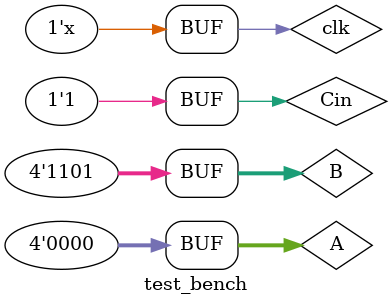
<source format=v>
`timescale 1ns / 1ps

module test_bench();

 // Clock signal setup
reg clk = 0;
always
    #10 clk = ~clk; // Change every 10


reg [3:0] A, B;
reg Cin;
wire [3:0] Sum;
wire Cout;

CLAA_4bit c1(Cin, A, B, Cout, Sum);

initial begin // Initialize input
    A = 4'b0000;
    B = 4'b1101;
    Cin = 1;
end

endmodule
</source>
